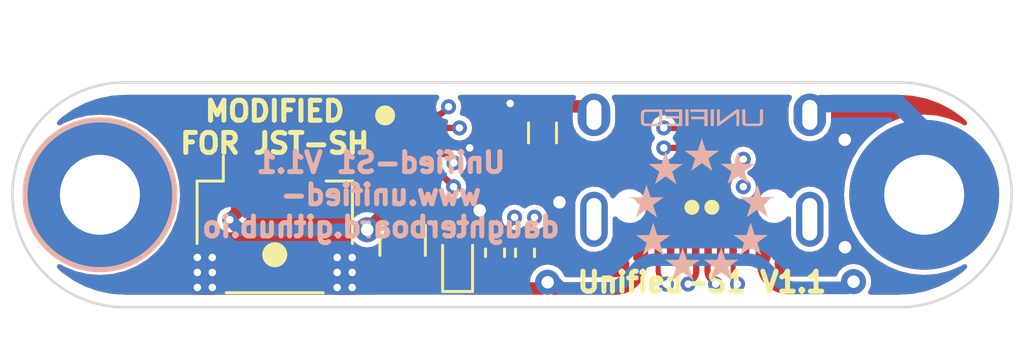
<source format=kicad_pcb>
(kicad_pcb (version 20221018) (generator pcbnew)
  (title_block (rev "v2"))
  (layers (0 "F.Cu" signal) (1 "In1.Cu" signal) (2 "In2.Cu" signal) (31 "B.Cu" signal) (34 "B.Paste" user) (35 "F.Paste" user) (36 "B.SilkS" user "B.Silkscreen") (37 "F.SilkS" user "F.Silkscreen") (38 "B.Mask" user) (39 "F.Mask" user) (44 "Edge.Cuts" user))
  (net 0 "")
  (net 1 "GND")
  (net 2 "VBUS")
  (net 3 "Net-(J1-CC1)")
  (net 5 "D+")
  (net 6 "D-")
  (net 7 "Net-(J1-CC2)")
  (net 9 "5V")
  (net 10 "GNDPWR")
  (footprint "Inductor_SMD:L_0805_2012Metric" (layer "F.Cu") (at 132.71875 92.5225 -90)
    (fp_text reference "FB1" hide)
    (fp_text value "GZ2012D601TF")
    (pad "1" smd roundrect (at -1.0625 0 270) (size 0.875 1.2) (layers "F.Cu" "F.Paste" "F.Mask") (net 10 "GNDPWR"))
    (pad "2" smd roundrect (at 1.0625 0 270) (size 0.875 1.2) (layers "F.Cu" "F.Paste" "F.Mask") (net 1 "GND"))
  )
  (footprint "Resistor_SMD:R_0402_1005Metric" (layer "F.Cu") (at 130.81875 97.3225 -90)
    (fp_text reference "R2" hide)
    (fp_text value "5.1k")
    (pad "1" smd roundrect (at -0.51 0 270) (size 0.54 0.64) (layers "F.Cu" "F.Paste" "F.Mask") (net 7 "Net-(J1-CC2)"))
    (pad "2" smd roundrect (at 0.51 0 270) (size 0.54 0.64) (layers "F.Cu" "F.Paste" "F.Mask") (net 1 "GND"))
  )
  (footprint "MountingHole:MountingHole_3.2mm_M3_DIN965_Pad_TopBottom" (layer "F.Cu") (at 148 95)
    (fp_text reference "H1" hide)
    (fp_text value "MountingHole" hide)
    (pad "1" thru_hole circle (at 0 0) (size 3.6 3.6) (drill 3.2) (layers "*.Cu" "*.Mask") (net 10 "GNDPWR"))
    (pad "1" connect circle (at 0 0) (size 6 6) (layers "F.Cu" "F.Mask") (net 10 "GNDPWR"))
    (pad "1" connect circle (at 0 0) (size 6 6) (layers "B.Cu" "B.Mask") (net 10 "GNDPWR"))
  )
  (footprint "Fuse:Fuse_1206_3216Metric" (layer "F.Cu") (at 127.11875 96.8225 90)
    (fp_text reference "F1" hide)
    (fp_text value "SMD0805-050-16V")
    (pad "1" smd roundrect (at -1.4 0 90) (size 1.25 1.75) (layers "F.Cu" "F.Paste" "F.Mask") (roundrect_rratio 0.2) (net 2 "VBUS"))
    (pad "2" smd roundrect (at 1.4 0 90) (size 1.25 1.75) (layers "F.Cu" "F.Paste" "F.Mask") (roundrect_rratio 0.2) (net 9 "5V"))
  )
  (footprint "acheron_Components:USON-10_2.5x1.0mm_P0.5mm" (layer "F.Cu") (at 127.41875 92.8225)
    (fp_text reference "U1" hide)
    (fp_text value "TPD4E05U06DQAR")
    (pad "1" smd roundrect (at -0.385 -1 270) (size 0.25 0.55) (layers "F.Cu" "F.Paste" "F.Mask") (roundrect_rratio 0.5) (net 6 "D-"))
    (pad "2" smd rect (at -0.385 -0.5 270) (size 0.25 0.55) (layers "F.Cu" "F.Paste" "F.Mask") (net 6 "D-"))
    (pad "3" smd rect (at -0.385 0 270) (size 0.3 0.55) (layers "F.Cu" "F.Paste" "F.Mask") (net 1 "GND"))
    (pad "4" smd rect (at -0.385 0.5 270) (size 0.25 0.55) (layers "F.Cu" "F.Paste" "F.Mask") (net 5 "D+"))
    (pad "5" smd rect (at -0.385 1 270) (size 0.25 0.55) (layers "F.Cu" "F.Paste" "F.Mask") (net 5 "D+"))
    (pad "6" smd rect (at 0.385 1 270) (size 0.25 0.55) (layers "F.Cu" "F.Paste" "F.Mask") (net 5 "D+"))
    (pad "7" smd rect (at 0.385 0.5 270) (size 0.25 0.55) (layers "F.Cu" "F.Paste" "F.Mask") (net 5 "D+"))
    (pad "8" smd rect (at 0.385 0 270) (size 0.3 0.55) (layers "F.Cu" "F.Paste" "F.Mask") (net 1 "GND"))
    (pad "9" smd rect (at 0.385 -0.5 270) (size 0.25 0.55) (layers "F.Cu" "F.Paste" "F.Mask") (net 6 "D-"))
    (pad "10" smd rect (at 0.385 -1 270) (size 0.25 0.55) (layers "F.Cu" "F.Paste" "F.Mask") (net 6 "D-"))
  )
  (footprint "MountingHole:MountingHole_3.2mm_M3_DIN965_Pad_TopOnly" (layer "F.Cu") (at 115 95 180)
    (fp_text reference "H2" hide)
    (fp_text value "MountingHole" hide)
    (pad "1" thru_hole circle (at 0 0 180) (size 6 6) (drill 3.2) (layers "*.Cu"))
  )
  (footprint "locallib:HRO-TYPE-C-31-M-12-Assembly" (layer "F.Cu") (at 139.1 89.2 180)
    (fp_text reference "J1" hide)
    (fp_text value "TYPE-C-31-M-12")
    (pad "" np_thru_hole circle (at -2.89 -6.25 180) (size 0.65 0.65) (drill 0.65) (layers "*.Cu" "*.Mask"))
    (pad "" np_thru_hole circle (at 2.89 -6.25 180) (size 0.65 0.65) (drill 0.65) (layers "*.Cu" "*.Mask"))
    (pad "A1" smd roundrect (at -3.225 -7.695 180) (size 0.6 1.45) (layers "F.Cu" "F.Paste" "F.Mask") (roundrect_rratio 0.1) (net 1 "GND"))
    (pad "A4" smd roundrect (at -2.45 -7.695 180) (size 0.6 1.45) (layers "F.Cu" "F.Paste" "F.Mask") (roundrect_rratio 0.1) (net 2 "VBUS"))
    (pad "A5" smd roundrect (at -1.25 -7.695 180) (size 0.3 1.45) (layers "F.Cu" "F.Paste" "F.Mask") (roundrect_rratio 0.2) (net 3 "Net-(J1-CC1)"))
    (pad "A6" smd roundrect (at -0.25 -7.695 180) (size 0.3 1.45) (layers "F.Cu" "F.Paste" "F.Mask") (roundrect_rratio 0.2) (net 5 "D+"))
    (pad "A7" smd roundrect (at 0.25 -7.695 180) (size 0.3 1.45) (layers "F.Cu" "F.Paste" "F.Mask") (roundrect_rratio 0.2) (net 6 "D-"))
    (pad "A8" smd roundrect (at 1.25 -7.695 180) (size 0.3 1.45) (layers "F.Cu" "F.Paste" "F.Mask") (roundrect_rratio 0.2))
    (pad "B1" smd roundrect (at 3.225 -7.695 180) (size 0.6 1.45) (layers "F.Cu" "F.Paste" "F.Mask") (roundrect_rratio 0.1) (net 1 "GND"))
    (pad "B4" smd roundrect (at 2.45 -7.695 180) (size 0.6 1.45) (layers "F.Cu" "F.Paste" "F.Mask") (roundrect_rratio 0.1) (net 2 "VBUS"))
    (pad "B5" smd roundrect (at 1.75 -7.695 180) (size 0.3 1.45) (layers "F.Cu" "F.Paste" "F.Mask") (roundrect_rratio 0.2) (net 7 "Net-(J1-CC2)"))
    (pad "B6" smd roundrect (at 0.75 -7.695 180) (size 0.3 1.45) (layers "F.Cu" "F.Paste" "F.Mask") (roundrect_rratio 0.2) (net 5 "D+"))
    (pad "B7" smd roundrect (at -0.75 -7.695 180) (size 0.3 1.45) (layers "F.Cu" "F.Paste" "F.Mask") (roundrect_rratio 0.2) (net 6 "D-"))
    (pad "B8" smd roundrect (at -1.75 -7.695 180) (size 0.3 1.45) (layers "F.Cu" "F.Paste" "F.Mask") (roundrect_rratio 0.2))
    (pad "S1" thru_hole oval (at -4.32 -6.78 180) (size 1.1 2.2) (drill oval 0.6 1.7) (layers "*.Cu" "*.Mask") (net 10 "GNDPWR"))
    (pad "S1" thru_hole oval (at -4.32 -2.6 180) (size 1.3 1.7) (drill oval 0.6 1.2) (layers "*.Cu" "*.Mask") (net 10 "GNDPWR"))
    (pad "S1" thru_hole oval (at 4.32 -6.78 180) (size 1.1 2.2) (drill oval 0.6 1.7) (layers "*.Cu" "*.Mask") (net 10 "GNDPWR"))
    (pad "S1" thru_hole oval (at 4.32 -2.6 180) (size 1.3 1.7) (drill oval 0.6 1.2) (layers "*.Cu" "*.Mask") (net 10 "GNDPWR"))
  )
  (footprint "Diode_SMD:D_SOD-523" (layer "F.Cu") (at 129.31875 97.7225 90)
    (fp_text reference "D1" hide)
    (fp_text value "ESD5Z5V0")
    (pad "1" smd rect (at -0.7 0 270) (size 0.6 0.7) (layers "F.Cu" "F.Paste" "F.Mask") (net 2 "VBUS"))
    (pad "2" smd rect (at 0.7 0 270) (size 0.6 0.7) (layers "F.Cu" "F.Paste" "F.Mask") (net 1 "GND"))
  )
  (footprint "Connector_JST:JST_SH_SM04B-SRSS-TB_1x04-1MP_P1.00mm_Horizontal" (layer "F.Cu") (at 122 96.235)
    (fp_text reference "J2" hide)
    (fp_text value "78171-0004")
    (pad "1" smd roundrect (at -1.5 -2) (size 0.6 1.55) (layers "F.Cu" "F.Paste" "F.Mask") (net 9 "5V"))
    (pad "2" smd roundrect (at -0.5 -2) (size 0.6 1.55) (layers "F.Cu" "F.Paste" "F.Mask") (net 6 "D-"))
    (pad "3" smd roundrect (at 0.5 -2) (size 0.6 1.55) (layers "F.Cu" "F.Paste" "F.Mask") (net 5 "D+"))
    (pad "4" smd roundrect (at 1.5 -2) (size 0.6 1.55) (layers "F.Cu" "F.Paste" "F.Mask") (net 1 "GND"))
    (pad "MP" smd roundrect (at -2.8 1.875) (size 1.2 1.8) (layers "F.Cu" "F.Paste" "F.Mask") (roundrect_rratio 0.208333) (net 1 "GND"))
    (pad "MP" smd roundrect (at 2.8 1.875) (size 1.2 1.8) (layers "F.Cu" "F.Paste" "F.Mask") (roundrect_rratio 0.208333) (net 1 "GND"))
  )
  (footprint "Resistor_SMD:R_0402_1005Metric" (layer "F.Cu") (at 132.01875 97.3225 90)
    (fp_text reference "R1" hide)
    (fp_text value "5.1k")
    (pad "1" smd roundrect (at -0.51 0 90) (size 0.54 0.64) (layers "F.Cu" "F.Paste" "F.Mask") (net 1 "GND"))
    (pad "2" smd roundrect (at 0.51 0 90) (size 0.54 0.64) (layers "F.Cu" "F.Paste" "F.Mask") (net 3 "Net-(J1-CC1)"))
  )
  (footprint "locallib:UnifiedLogo" (layer "B.Cu") (at 139.1 95 180)
    (fp_text reference "G***" hide)
    (fp_text value "LOGO" hide)
  )
  (gr_circle (center 115 95) (end 118 95) (stroke (width 0.2)) (fill none) (layer "B.SilkS"))
  (gr_circle (center 115 95) (end 118 95) (stroke (width 0.2)) (fill none) (layer "F.SilkS"))
  (gr_circle (center 122 97.4) (end 122.4 97.4) (stroke (width 0.2)) (fill solid) (layer "F.SilkS"))
  (gr_circle (center 139.5 95.5) (end 139.7 95.5) (stroke (width 0.2)) (fill solid) (layer "F.SilkS"))
  (gr_circle (center 138.7 95.5) (end 138.9 95.5) (stroke (width 0.2)) (fill solid) (layer "F.SilkS"))
  (gr_arc (start 116 99.500001) (mid 111.499999 95) (end 116 90.499999) (stroke (width 0.1)) (layer "Edge.Cuts"))
  (gr_arc (start 147 90.5) (mid 151.5 95) (end 147 99.5) (stroke (width 0.1)) (layer "Edge.Cuts"))
  (gr_line (start 147 90.5) (end 116 90.499999) (stroke (width 0.1)) (layer "Edge.Cuts"))
  (gr_line (start 116 99.500001) (end 147 99.5) (stroke (width 0.1)) (layer "Edge.Cuts"))
  (gr_text "Unified-S1 V1.1\nwww.unified-\ndaughterboard.github.io" (at 126.25 95) (layer "B.SilkS") (effects (font (size 0.8 0.8) (thickness 0.2)) (justify mirror)))
  (gr_text "MODIFIED\nFOR JST-SH" (at 122 92.3) (layer "F.SilkS") (effects (font (size 0.8 0.8) (thickness 0.2))))
  (gr_text "Unified-S1 V1.1" (at 139.1 98.5) (layer "F.SilkS") (effects (font (size 0.8 0.8) (thickness 0.2))))
  (segment (start 135.85 96.8975) (end 135.85 97.327913) (width 0.2) (layer "F.Cu") (net 1))
  (via (at 119.5 98.71) (size 0.5) (drill 0.3) (layers "F.Cu" "B.Cu") (net 1))
  (via (at 118.9 97.51) (size 0.5) (drill 0.3) (layers "F.Cu" "B.Cu") (net 1))
  (via (at 129.80375 93.1225) (size 0.6) (drill 0.3) (layers "F.Cu" "B.Cu") (net 1))
  (via (at 124.5 98.11) (size 0.5) (drill 0.3) (layers "F.Cu" "B.Cu") (net 1))
  (via (at 124.5 97.51) (size 0.5) (drill 0.3) (layers "F.Cu" "B.Cu") (net 1))
  (via (at 133.4 95.3) (size 1) (drill 0.5) (layers "F.Cu" "B.Cu") (net 1))
  (via (at 125.1 97.51) (size 0.5) (drill 0.3) (layers "F.Cu" "B.Cu") (net 1))
  (via (at 144.829639 97.098274) (size 1) (drill 0.5) (layers "F.Cu" "B.Cu") (net 1))
  (via (at 119.5 97.51) (size 0.5) (drill 0.3) (layers "F.Cu" "B.Cu") (net 1))
  (via (at 119.5 98.11) (size 0.5) (drill 0.3) (layers "F.Cu" "B.Cu") (net 1))
  (via (at 124.5 98.71) (size 0.5) (drill 0.3) (layers "F.Cu" "B.Cu") (net 1))
  (via (at 130.20375 95.6225) (size 1) (drill 0.5) (layers "F.Cu" "B.Cu") (net 1))
  (via (at 125.1 98.11) (size 0.5) (drill 0.3) (layers "F.Cu" "B.Cu") (net 1))
  (via (at 131.425 91.34375) (size 0.6) (drill 0.3) (layers "F.Cu" "B.Cu") (net 1))
  (via (at 144.820324 92.798274) (size 1) (drill 0.5) (layers "F.Cu" "B.Cu") (net 1))
  (via (at 118.9 98.71) (size 0.5) (drill 0.3) (layers "F.Cu" "B.Cu") (net 1))
  (via (at 125.1 98.71) (size 0.5) (drill 0.3) (layers "F.Cu" "B.Cu") (net 1))
  (via (at 118.9 98.11) (size 0.5) (drill 0.3) (layers "F.Cu" "B.Cu") (net 1))
  (segment (start 129.31875 98.4225) (end 127.31875 98.4225) (width 0.5) (layer "F.Cu") (net 2))
  (segment (start 129.646751 98.750501) (end 129.31875 98.4225) (width 0.5) (layer "F.Cu") (net 2))
  (segment (start 127.31875 98.4225) (end 127.11875 98.2225) (width 0.5) (layer "F.Cu") (net 2))
  (segment (start 129.646751 98.750501) (end 132.675499 98.750501) (width 0.5) (layer "F.Cu") (net 2))
  (segment (start 132.675499 98.750501) (end 132.925 98.501) (width 0.5) (layer "F.Cu") (net 2))
  (segment (start 136.651574 96.896574) (end 136.65 96.895) (width 0.5) (layer "F.Cu") (net 2))
  (segment (start 133.174 98.75) (end 132.925 98.501) (width 0.5) (layer "F.Cu") (net 2))
  (segment (start 144.922139 98.726274) (end 145.171639 98.476774) (width 0.5) (layer "F.Cu") (net 2))
  (segment (start 142.55 98.726274) (end 144.922139 98.726274) (width 0.5) (layer "F.Cu") (net 2))
  (segment (start 141.55 96.895) (end 141.55 97.726274) (width 0.5) (layer "F.Cu") (net 2))
  (segment (start 135.651574 98.75) (end 133.174 98.75) (width 0.5) (layer "F.Cu") (net 2))
  (segment (start 136.651574 97.75) (end 136.651574 96.896574) (width 0.5) (layer "F.Cu") (net 2))
  (via (at 132.925 98.501) (size 1) (drill 0.5) (layers "F.Cu" "B.Cu") (net 2))
  (via (at 145.171639 98.476774) (size 1) (drill 0.5) (layers "F.Cu" "B.Cu") (net 2))
  (arc (start 141.55 97.726274) (mid 141.842893 98.433381) (end 142.55 98.726274) (width 0.5) (layer "F.Cu") (net 2))
  (arc (start 136.651574 97.75) (mid 136.358681 98.457107) (end 135.651574 98.75) (width 0.5) (layer "F.Cu") (net 2))
  (segment (start 145.171639 98.476774) (end 144.923413 98.725) (width 0.5) (layer "B.Cu") (net 2))
  (segment (start 140.915425 97.598274) (end 137.243853 97.598274) (width 0.5) (layer "B.Cu") (net 2))
  (segment (start 144.923413 98.725) (end 142.870579 98.725) (width 0.5) (layer "B.Cu") (net 2))
  (segment (start 135.263699 98.75) (end 133.46775 98.75) (width 0.5) (layer "B.Cu") (net 2))
  (segment (start 142.163472 98.432107) (end 141.622532 97.891167) (width 0.5) (layer "B.Cu") (net 2))
  (segment (start 133.46775 98.75) (end 133.21875 98.501) (width 0.5) (layer "B.Cu") (net 2))
  (segment (start 136.536746 97.891167) (end 135.970806 98.457107) (width 0.5) (layer "B.Cu") (net 2))
  (arc (start 141.622532 97.891167) (mid 141.298109 97.674394) (end 140.915425 97.598274) (width 0.5) (layer "B.Cu") (net 2))
  (arc (start 137.243853 97.598274) (mid 136.86117 97.674394) (end 136.536746 97.891167) (width 0.5) (layer "B.Cu") (net 2))
  (arc (start 142.163472 98.432107) (mid 142.487895 98.64888) (end 142.870579 98.725) (width 0.5) (layer "B.Cu") (net 2))
  (arc (start 135.970806 98.457107) (mid 135.646383 98.67388) (end 135.263699 98.75) (width 0.5) (layer "B.Cu") (net 2))
  (segment (start 132.4 96) (end 132.4 95.9) (width 0.2) (layer "F.Cu") (net 3))
  (segment (start 140.35 98.399999) (end 140.525 98.574999) (width 0.2) (layer "F.Cu") (net 3))
  (segment (start 132.01875 96.8125) (end 132.01875 96.38125) (width 0.2) (layer "F.Cu") (net 3))
  (segment (start 132.01875 96.38125) (end 132.4 96) (width 0.2) (layer "F.Cu") (net 3))
  (segment (start 140.35 96.895) (end 140.35 98.399999) (width 0.2) (layer "F.Cu") (net 3))
  (via (at 140.525 98.574999) (size 0.6) (drill 0.3) (layers "F.Cu" "B.Cu") (net 3))
  (via (at 132.4 95.9) (size 0.6) (drill 0.3) (layers "F.Cu" "B.Cu") (net 3))
  (segment (start 125.350196 92.868946) (end 125.657303 93.176053) (width 0.25) (layer "F.Cu") (net 5))
  (segment (start 137.57375 93.1225) (end 138.345 93.1225) (width 0.25) (layer "F.Cu") (net 5))
  (segment (start 127.03375 93.8225) (end 127.80375 93.8225) (width 0.25) (layer "F.Cu") (net 5))
  (segment (start 128.920197 93.468947) (end 129.17375 93.7225) (width 0.25) (layer "F.Cu") (net 5))
  (segment (start 126.157303 93.676053) (end 125.657303 93.176053) (width 0.25) (layer "F.Cu") (net 5))
  (segment (start 127.80375 93.8225) (end 128.096643 93.8225) (width 0.25) (layer "F.Cu") (net 5))
  (segment (start 139.471447 98.396447) (end 139.649999 98.574999) (width 0.25) (layer "F.Cu") (net 5))
  (segment (start 138.845 94.832893) (end 138.845 93.6225) (width 0.25) (layer "F.Cu") (net 5))
  (segment (start 127.00375 93.3225) (end 127.77375 93.3225) (width 0.25) (layer "F.Cu") (net 5))
  (segment (start 139.35 96.895) (end 139.325001 96.919999) (width 0.25) (layer "F.Cu") (net 5))
  (segment (start 127.03375 93.3225) (end 126.010857 93.3225) (width 0.25) (layer "F.Cu") (net 5))
  (segment (start 123.5 92.724644) (end 125.062185 92.724644) (width 0.25) (layer "F.Cu") (net 5))
  (segment (start 127.77375 93.3225) (end 128.566643 93.3225) (width 0.25) (layer "F.Cu") (net 5))
  (segment (start 128.450197 93.968947) (end 129.158749 94.677499) (width 0.25) (layer "F.Cu") (net 5))
  (segment (start 138.32 96.895) (end 138.32 95.772107) (width 0.25) (layer "F.Cu") (net 5))
  (segment (start 126.510857 93.8225) (end 127.03375 93.8225) (width 0.25) (layer "F.Cu") (net 5))
  (segment (start 122.5 94.235) (end 122.5 93.724644) (width 0.25) (layer "F.Cu") (net 5))
  (segment (start 138.466447 95.418553) (end 138.698554 95.186446) (width 0.25) (layer "F.Cu") (net 5))
  (segment (start 122.6 94.3) (end 122.6 93.7225) (width 0.25) (layer "F.Cu") (net 5))
  (segment (start 139.325001 96.919999) (end 139.325 98.042893) (width 0.25) (layer "F.Cu") (net 5))
  (via (at 129.158749 94.677499) (size 0.6) (drill 0.3) (layers "F.Cu" "B.Cu") (net 5))
  (via (at 139.649999 98.574999) (size 0.6) (drill 0.3) (layers "F.Cu" "B.Cu") (net 5))
  (via (at 129.17375 93.7225) (size 0.6) (drill 0.3) (layers "F.Cu" "B.Cu") (net 5))
  (via (at 140.758749 94.677499) (size 0.6) (drill 0.3) (layers "F.Cu" "B.Cu") (net 5))
  (via (at 137.57375 93.1225) (size 0.6) (drill 0.3) (layers "F.Cu" "B.Cu") (net 5))
  (arc (start 138.698554 95.186446) (mid 138.80694 95.024234) (end 138.845 94.832893) (width 0.25) (layer "F.Cu") (net 5))
  (arc (start 139.325 98.042893) (mid 139.36306 98.234235) (end 139.471447 98.396447) (width 0.25) (layer "F.Cu") (net 5))
  (arc (start 126.157303 93.676053) (mid 126.319515 93.78444) (end 126.510857 93.8225) (width 0.25) (layer "F.Cu") (net 5))
  (arc (start 138.466447 95.418553) (mid 138.35806 95.580765) (end 138.32 95.772107) (width 0.25) (layer "F.Cu") (net 5))
  (arc (start 123.5 92.724644) (mid 122.792893 93.017537) (end 122.5 93.724644) (width 0.25) (layer "F.Cu") (net 5))
  (arc (start 128.566643 93.3225) (mid 128.757985 93.36056) (end 128.920197 93.468947) (width 0.25) (layer "F.Cu") (net 5))
  (arc (start 138.345 93.1225) (mid 138.698553 93.268947) (end 138.845 93.6225) (width 0.25) (layer "F.Cu") (net 5))
  (arc (start 125.062185 92.724644) (mid 125.217789 92.774052) (end 125.350196 92.868946) (width 0.25) (layer "F.Cu") (net 5))
  (arc (start 128.450197 93.968947) (mid 128.287985 93.86056) (end 128.096643 93.8225) (width 0.25) (layer "F.Cu") (net 5))
  (arc (start 125.657303 93.176053) (mid 125.819515 93.28444) (end 126.010857 93.3225) (width 0.25) (layer "F.Cu") (net 5))
  (segment (start 139.295 92.8225) (end 139.295 94.812893) (width 0.25) (layer "F.Cu") (net 6))
  (segment (start 129.395 92.3225) (end 126.677399 92.3225) (width 0.25) (layer "F.Cu") (net 6))
  (segment (start 128.760195 91.676053) (end 128.958749 91.477499) (width 0.25) (layer "F.Cu") (net 6))
  (segment (start 139.82 95.752107) (end 139.82 96.895) (width 0.25) (layer "F.Cu") (net 6))
  (segment (start 123.5 91.8225) (end 125.763185 91.8225) (width 0.25) (layer "F.Cu") (net 6))
  (segment (start 138.874999 96.919999) (end 138.875 98.042892) (width 0.25) (layer "F.Cu") (net 6))
  (segment (start 139.441447 95.166447) (end 139.673554 95.398554) (width 0.25) (layer "F.Cu") (net 6))
  (segment (start 126.323845 92.176053) (end 126.116738 91.968946) (width 0.25) (layer "F.Cu") (net 6))
  (segment (start 127.03375 91.8225) (end 127.80375 91.8225) (width 0.25) (layer "F.Cu") (net 6))
  (segment (start 125.763185 91.8225) (end 127.03375 91.8225) (width 0.25) (layer "F.Cu") (net 6))
  (segment (start 121.5 94.235) (end 121.5 93.8225) (width 0.25) (layer "F.Cu") (net 6))
  (segment (start 137.57375 92.3225) (end 138.795 92.3225) (width 0.25) (layer "F.Cu") (net 6))
  (segment (start 127.80375 91.8225) (end 128.406641 91.8225) (width 0.25) (layer "F.Cu") (net 6))
  (segment (start 138.728553 98.396446) (end 138.55 98.574999) (width 0.25) (layer "F.Cu") (net 6))
  (segment (start 138.85 96.895) (end 138.874999 96.919999) (width 0.25) (layer "F.Cu") (net 6))
  (via (at 129.395 92.3225) (size 0.6) (drill 0.3) (layers "F.Cu" "B.Cu") (net 6))
  (via (at 138.55 98.574999) (size 0.6) (drill 0.3) (layers "F.Cu" "B.Cu") (net 6))
  (via (at 128.958749 91.477499) (size 0.6) (drill 0.3) (layers "F.Cu" "B.Cu") (net 6))
  (via (at 137.57375 92.3225) (size 0.6) (drill 0.3) (layers "F.Cu" "B.Cu") (net 6))
  (via (at 140.758749 93.577499) (size 0.6) (drill 0.3) (layers "F.Cu" "B.Cu") (net 6))
  (arc (start 126.116738 91.968946) (mid 125.954526 91.86056) (end 125.763185 91.8225) (width 0.25) (layer "F.Cu") (net 6))
  (arc (start 138.795 92.3225) (mid 139.148553 92.468947) (end 139.295 92.8225) (width 0.25) (layer "F.Cu") (net 6))
  (arc (start 139.82 95.752107) (mid 139.78194 95.560766) (end 139.673554 95.398554) (width 0.25) (layer "F.Cu") (net 6))
  (arc (start 121.5 93.8225) (mid 122.085786 92.408286) (end 123.5 91.8225) (width 0.25) (layer "F.Cu") (net 6))
  (arc (start 139.441447 95.166447) (mid 139.33306 95.004235) (end 139.295 94.812893) (width 0.25) (layer "F.Cu") (net 6))
  (arc (start 128.406641 91.8225) (mid 128.597983 91.78444) (end 128.760195 91.676053) (width 0.25) (layer "F.Cu") (net 6))
  (arc (start 138.875 98.042892) (mid 138.83694 98.234234) (end 138.728553 98.396446) (width 0.25) (layer "F.Cu") (net 6))
  (arc (start 126.323845 92.176053) (mid 126.486057 92.28444) (end 126.677399 92.3225) (width 0.25) (layer "F.Cu") (net 6))
  (segment (start 137.35 96.895) (end 137.35 98.042893) (width 0.2) (layer "F.Cu") (net 7))
  (segment (start 131.6 96.03125) (end 130.81875 96.8125) (width 0.2) (layer "F.Cu") (net 7))
  (segment (start 137.496447 98.396447) (end 137.674999 98.574999) (width 0.2) (layer "F.Cu") (net 7))
  (segment (start 131.6 95.9) (end 131.6 96.03125) (width 0.2) (layer "F.Cu") (net 7))
  (via (at 131.6 95.9) (size 0.6) (drill 0.3) (layers "F.Cu" "B.Cu") (net 7))
  (via (at 137.674999 98.574999) (size 0.6) (drill 0.3) (layers "F.Cu" "B.Cu") (net 7))
  (arc (start 137.35 98.042893) (mid 137.38806 98.234235) (end 137.496447 98.396447) (width 0.2) (layer "F.Cu") (net 7))
  (segment (start 126.6775 95.4225) (end 125.7 96.4) (width 0.5) (layer "F.Cu") (net 9))
  (segment (start 127.11875 95.4225) (end 126.6775 95.4225) (width 0.5) (layer "F.Cu") (net 9))
  (segment (start 120.5 95.7) (end 120.5 94.235) (width 0.5) (layer "F.Cu") (net 9))
  (segment (start 120.2 96) (end 120.5 95.7) (width 0.5) (layer "F.Cu") (net 9))
  (via (at 125.7 96.4) (size 1) (drill 0.5) (layers "F.Cu" "B.Cu") (net 9))
  (via (at 120.2 96) (size 0.6) (drill 0.3) (layers "F.Cu" "B.Cu") (net 9))
  (segment (start 125.7 96.4) (end 120.6 96.4) (width 0.5) (layer "B.Cu") (net 9))
  (segment (start 120.6 96.4) (end 120.2 96) (width 0.5) (layer "B.Cu") (net 9))
  (segment (start 132.71875 91.46) (end 134.44 91.46) (width 0.5) (layer "F.Cu") (net 10))
  (segment (start 134.44 91.46) (end 134.78 91.8) (width 0.5) (layer "F.Cu") (net 10))
  (segment (start 146.95 91.35) (end 148 92.4) (width 0.7) (layer "B.Cu") (net 10))
  (segment (start 143.87 91.35) (end 146.95 91.35) (width 0.7) (layer "B.Cu") (net 10))
  (segment (start 148 92.4) (end 148 95) (width 0.7) (layer "B.Cu") (net 10))
  (segment (start 143.42 91.8) (end 143.87 91.35) (width 0.7) (layer "B.Cu") (net 10))
  (zone (net 1) (net_name "GND") (layers "F.Cu" "In1.Cu" "In2.Cu" "B.Cu") (connect_pads yes (clearance 0.2)) (min_thickness 0.2) (fill yes (thermal_gap 0.25) (thermal_bridge_width 0.25))
    (polygon (pts (xy 152 99.9225) (xy 111 100) (xy 111 90) (xy 152 89.9225)))
  )
)
</source>
